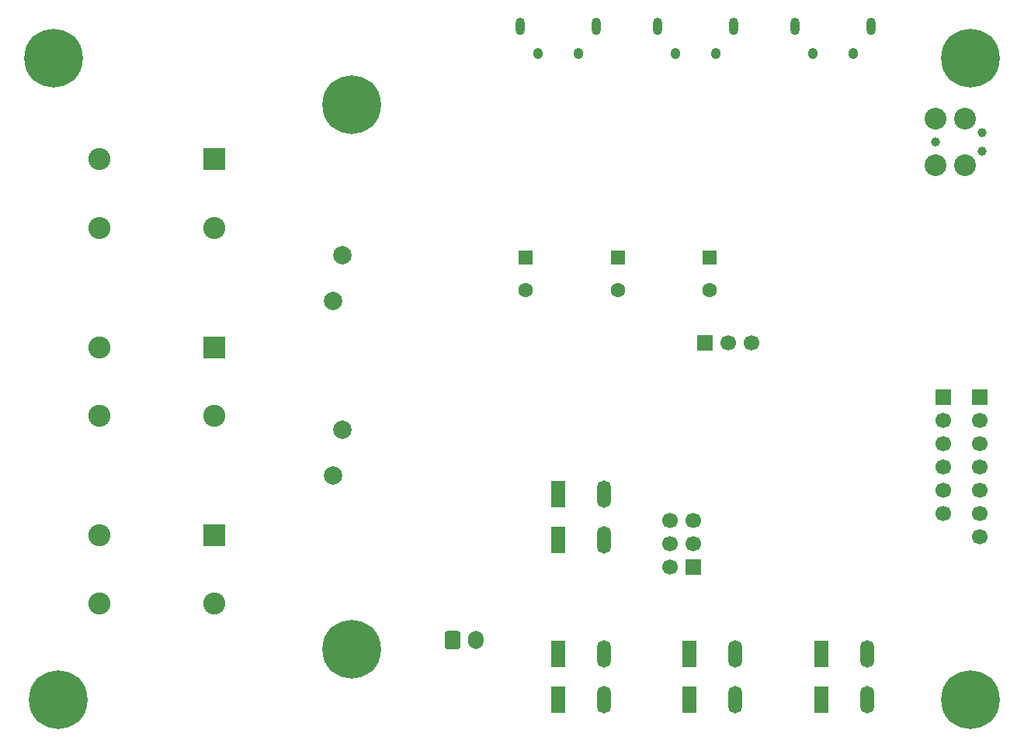
<source format=gbs>
G04 #@! TF.GenerationSoftware,KiCad,Pcbnew,9.0.1+1*
G04 #@! TF.CreationDate,2025-05-13T02:00:57+00:00*
G04 #@! TF.ProjectId,akkupack-ng,616b6b75-7061-4636-9b2d-6e672e6b6963,rev?*
G04 #@! TF.SameCoordinates,Original*
G04 #@! TF.FileFunction,Soldermask,Bot*
G04 #@! TF.FilePolarity,Negative*
%FSLAX46Y46*%
G04 Gerber Fmt 4.6, Leading zero omitted, Abs format (unit mm)*
G04 Created by KiCad (PCBNEW 9.0.1+1) date 2025-05-13 02:00:57*
%MOMM*%
%LPD*%
G01*
G04 APERTURE LIST*
%ADD10C,2.374900*%
%ADD11C,0.990600*%
%ADD12R,2.413000X2.413000*%
%ADD13C,2.413000*%
%ADD14R,1.700000X1.700000*%
%ADD15C,1.700000*%
%ADD16C,6.400000*%
%ADD17R,1.500000X3.000000*%
%ADD18O,1.500000X3.000000*%
%ADD19O,1.000000X1.900000*%
%ADD20O,1.050000X1.250000*%
%ADD21C,2.000000*%
%ADD22R,1.600000X1.600000*%
%ADD23C,1.600000*%
%ADD24O,1.700000X2.000000*%
G04 APERTURE END LIST*
D10*
X151170000Y-56600000D03*
D11*
X151170000Y-59140000D03*
D10*
X151170000Y-61680000D03*
X154345000Y-56600000D03*
X154345000Y-61680000D03*
D11*
X156250000Y-58124000D03*
X156250000Y-60156000D03*
D12*
X72500000Y-61000000D03*
D13*
X60000000Y-61000000D03*
X72500000Y-68500000D03*
X60000000Y-68500000D03*
D14*
X152000000Y-87000000D03*
D15*
X152000000Y-89540000D03*
X152000000Y-92080000D03*
X152000000Y-94620000D03*
X152000000Y-97160000D03*
X152000000Y-99700000D03*
D14*
X156000000Y-87000000D03*
D15*
X156000000Y-89540000D03*
X156000000Y-92080000D03*
X156000000Y-94620000D03*
X156000000Y-97160000D03*
X156000000Y-99700000D03*
X156000000Y-102240000D03*
D16*
X155000000Y-120000000D03*
D17*
X110000000Y-115000000D03*
X110000000Y-120000000D03*
D18*
X115000000Y-115000000D03*
X115000000Y-120000000D03*
D19*
X114175000Y-46460000D03*
D20*
X112225000Y-49460000D03*
X107775000Y-49460000D03*
D19*
X105825000Y-46460000D03*
D17*
X138700000Y-115000000D03*
X138700000Y-120000000D03*
D18*
X143700000Y-115000000D03*
X143700000Y-120000000D03*
D21*
X85500000Y-76500000D03*
X86500000Y-71500000D03*
D16*
X87500000Y-55000000D03*
D22*
X106500000Y-71750000D03*
D23*
X106500000Y-75250000D03*
D12*
X72500000Y-81500000D03*
D13*
X60000000Y-81500000D03*
X72500000Y-89000000D03*
X60000000Y-89000000D03*
D12*
X72500000Y-102000000D03*
D13*
X60000000Y-102000000D03*
X72500000Y-109500000D03*
X60000000Y-109500000D03*
D16*
X55500000Y-120000000D03*
X87500000Y-114500000D03*
D21*
X85500000Y-95500000D03*
X86500000Y-90500000D03*
D17*
X124350000Y-115000000D03*
X124350000Y-120000000D03*
D18*
X129350000Y-115000000D03*
X129350000Y-120000000D03*
D16*
X155000000Y-50000000D03*
G36*
G01*
X97650000Y-114225000D02*
X97650000Y-112725000D01*
G75*
G02*
X97900000Y-112475000I250000J0D01*
G01*
X99100000Y-112475000D01*
G75*
G02*
X99350000Y-112725000I0J-250000D01*
G01*
X99350000Y-114225000D01*
G75*
G02*
X99100000Y-114475000I-250000J0D01*
G01*
X97900000Y-114475000D01*
G75*
G02*
X97650000Y-114225000I0J250000D01*
G01*
G37*
D24*
X101000000Y-113475000D03*
D22*
X116500000Y-71750000D03*
D23*
X116500000Y-75250000D03*
D17*
X110000500Y-97500000D03*
X110000500Y-102500000D03*
D18*
X115000500Y-97500000D03*
X115000500Y-102500000D03*
D19*
X144175000Y-46460000D03*
D20*
X142225000Y-49460000D03*
X137775000Y-49460000D03*
D19*
X135825000Y-46460000D03*
D22*
X126500000Y-71750000D03*
D23*
X126500000Y-75250000D03*
D16*
X55000000Y-50000000D03*
D14*
X126000000Y-81000000D03*
D15*
X128540000Y-81000000D03*
X131080000Y-81000000D03*
D19*
X129175000Y-46460000D03*
D20*
X127225000Y-49460000D03*
X122775000Y-49460000D03*
D19*
X120825000Y-46460000D03*
D14*
X124775000Y-105540000D03*
D15*
X122235000Y-105540000D03*
X124775000Y-103000000D03*
X122235000Y-103000000D03*
X124775000Y-100460000D03*
X122235000Y-100460000D03*
M02*

</source>
